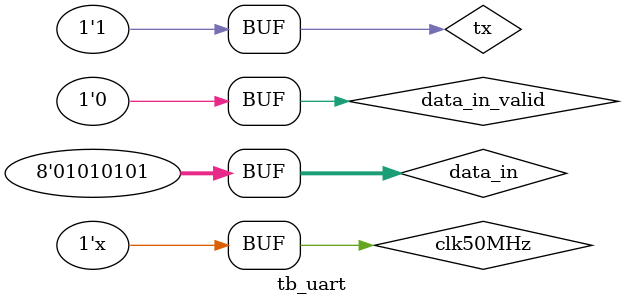
<source format=v>
`timescale 1ns / 1ps

module tb_uart();

reg clk50MHz;
reg tx;
wire rx;

parameter UART_BAUD = 9600;
parameter INPUT_CLOCK = 50000000;
parameter CLOCKS_BETWEEN_BITS = INPUT_CLOCK / UART_BAUD;

wire [7:0] data_out;
wire data_out_valid;

reg [7:0] data_in;
reg data_in_valid;

uart uartModule(.clk50MHz(clk50MHz),
                .rx(tx),
                .tx(rx),
                .data_out(data_out),
                .data_out_valid(data_out_valid),
                .data_in(data_in),
                .data_in_valid(data_in_valid));
                
initial begin
    clk50MHz = 0;
    tx = 1;
    data_in = 8'h55;
    data_in_valid = 0;
    #40
    data_in_valid = 1;
    #40
    data_in_valid = 0;
end
                
/*initial begin
    clk50MHz = 0;
    tx = 1;
    #100
    tx = 0; // start
    #(CLOCKS_BETWEEN_BITS * 20)
    tx = 1; // 0
    #(CLOCKS_BETWEEN_BITS * 20)
    tx = 0; // 1
    #(CLOCKS_BETWEEN_BITS * 20)
    tx = 1; // 2
    #(CLOCKS_BETWEEN_BITS * 20)
    tx = 1; // 3
    #(CLOCKS_BETWEEN_BITS * 20)
    tx = 0; // 4
    #(CLOCKS_BETWEEN_BITS * 20)
    tx = 1; // 5
    #(CLOCKS_BETWEEN_BITS * 20)
    tx = 0; // 6
    #(CLOCKS_BETWEEN_BITS * 20)
    tx = 0; // 7
    #(CLOCKS_BETWEEN_BITS * 20)
    tx = 0; // parity
    #(CLOCKS_BETWEEN_BITS * 20)
    tx = 1; // stop 1
    #(CLOCKS_BETWEEN_BITS * 20)
    tx = 1; // stop 2
end */
                
always begin
    #10 clk50MHz <= ~clk50MHz;
end



endmodule

</source>
